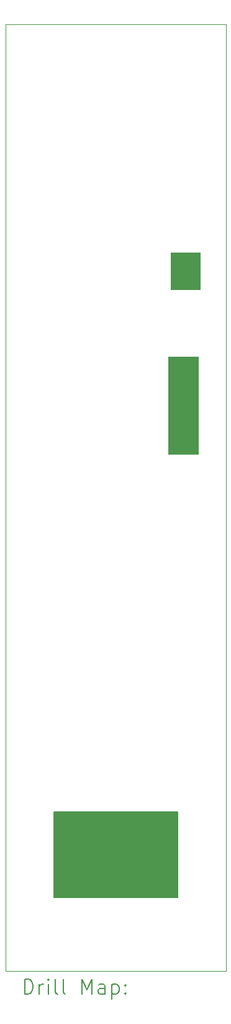
<source format=gbr>
%TF.GenerationSoftware,KiCad,Pcbnew,7.0.5*%
%TF.CreationDate,2023-07-15T15:58:00-07:00*%
%TF.ProjectId,Panel,50616e65-6c2e-46b6-9963-61645f706362,rev?*%
%TF.SameCoordinates,Original*%
%TF.FileFunction,Drillmap*%
%TF.FilePolarity,Positive*%
%FSLAX45Y45*%
G04 Gerber Fmt 4.5, Leading zero omitted, Abs format (unit mm)*
G04 Created by KiCad (PCBNEW 7.0.5) date 2023-07-15 15:58:00*
%MOMM*%
%LPD*%
G01*
G04 APERTURE LIST*
%ADD10C,0.150000*%
%ADD11C,0.050000*%
%ADD12C,0.200000*%
G04 APERTURE END LIST*
D10*
X8311135Y-14363600D02*
X10001135Y-14363600D01*
X10001135Y-15523600D01*
X8311135Y-15523600D01*
X8311135Y-14363600D01*
G36*
X8311135Y-14363600D02*
G01*
X10001135Y-14363600D01*
X10001135Y-15523600D01*
X8311135Y-15523600D01*
X8311135Y-14363600D01*
G37*
D11*
X7656135Y-3668600D02*
X10656135Y-3668600D01*
X10656135Y-16518600D01*
X7656135Y-16518600D01*
X7656135Y-3668600D01*
X9906135Y-6768600D02*
X10306135Y-6768600D01*
X10306135Y-7268600D01*
X9906135Y-7268600D01*
X9906135Y-6768600D01*
G36*
X9906135Y-6768600D02*
G01*
X10306135Y-6768600D01*
X10306135Y-7268600D01*
X9906135Y-7268600D01*
X9906135Y-6768600D01*
G37*
X9876135Y-8178600D02*
X10276135Y-8178600D01*
X10276135Y-9498600D01*
X9876135Y-9498600D01*
X9876135Y-8178600D01*
G36*
X9876135Y-8178600D02*
G01*
X10276135Y-8178600D01*
X10276135Y-9498600D01*
X9876135Y-9498600D01*
X9876135Y-8178600D01*
G37*
D12*
X7914412Y-16832584D02*
X7914412Y-16632583D01*
X7914412Y-16632583D02*
X7962031Y-16632583D01*
X7962031Y-16632583D02*
X7990603Y-16642107D01*
X7990603Y-16642107D02*
X8009650Y-16661155D01*
X8009650Y-16661155D02*
X8019174Y-16680202D01*
X8019174Y-16680202D02*
X8028698Y-16718298D01*
X8028698Y-16718298D02*
X8028698Y-16746869D01*
X8028698Y-16746869D02*
X8019174Y-16784964D01*
X8019174Y-16784964D02*
X8009650Y-16804012D01*
X8009650Y-16804012D02*
X7990603Y-16823060D01*
X7990603Y-16823060D02*
X7962031Y-16832584D01*
X7962031Y-16832584D02*
X7914412Y-16832584D01*
X8114412Y-16832584D02*
X8114412Y-16699250D01*
X8114412Y-16737345D02*
X8123936Y-16718298D01*
X8123936Y-16718298D02*
X8133460Y-16708774D01*
X8133460Y-16708774D02*
X8152507Y-16699250D01*
X8152507Y-16699250D02*
X8171555Y-16699250D01*
X8238222Y-16832584D02*
X8238222Y-16699250D01*
X8238222Y-16632583D02*
X8228698Y-16642107D01*
X8228698Y-16642107D02*
X8238222Y-16651631D01*
X8238222Y-16651631D02*
X8247745Y-16642107D01*
X8247745Y-16642107D02*
X8238222Y-16632583D01*
X8238222Y-16632583D02*
X8238222Y-16651631D01*
X8362031Y-16832584D02*
X8342984Y-16823060D01*
X8342984Y-16823060D02*
X8333460Y-16804012D01*
X8333460Y-16804012D02*
X8333460Y-16632583D01*
X8466793Y-16832584D02*
X8447746Y-16823060D01*
X8447746Y-16823060D02*
X8438222Y-16804012D01*
X8438222Y-16804012D02*
X8438222Y-16632583D01*
X8695365Y-16832584D02*
X8695365Y-16632583D01*
X8695365Y-16632583D02*
X8762031Y-16775441D01*
X8762031Y-16775441D02*
X8828698Y-16632583D01*
X8828698Y-16632583D02*
X8828698Y-16832584D01*
X9009650Y-16832584D02*
X9009650Y-16727822D01*
X9009650Y-16727822D02*
X9000127Y-16708774D01*
X9000127Y-16708774D02*
X8981079Y-16699250D01*
X8981079Y-16699250D02*
X8942984Y-16699250D01*
X8942984Y-16699250D02*
X8923936Y-16708774D01*
X9009650Y-16823060D02*
X8990603Y-16832584D01*
X8990603Y-16832584D02*
X8942984Y-16832584D01*
X8942984Y-16832584D02*
X8923936Y-16823060D01*
X8923936Y-16823060D02*
X8914412Y-16804012D01*
X8914412Y-16804012D02*
X8914412Y-16784964D01*
X8914412Y-16784964D02*
X8923936Y-16765917D01*
X8923936Y-16765917D02*
X8942984Y-16756393D01*
X8942984Y-16756393D02*
X8990603Y-16756393D01*
X8990603Y-16756393D02*
X9009650Y-16746869D01*
X9104888Y-16699250D02*
X9104888Y-16899250D01*
X9104888Y-16708774D02*
X9123936Y-16699250D01*
X9123936Y-16699250D02*
X9162031Y-16699250D01*
X9162031Y-16699250D02*
X9181079Y-16708774D01*
X9181079Y-16708774D02*
X9190603Y-16718298D01*
X9190603Y-16718298D02*
X9200127Y-16737345D01*
X9200127Y-16737345D02*
X9200127Y-16794488D01*
X9200127Y-16794488D02*
X9190603Y-16813536D01*
X9190603Y-16813536D02*
X9181079Y-16823060D01*
X9181079Y-16823060D02*
X9162031Y-16832584D01*
X9162031Y-16832584D02*
X9123936Y-16832584D01*
X9123936Y-16832584D02*
X9104888Y-16823060D01*
X9285841Y-16813536D02*
X9295365Y-16823060D01*
X9295365Y-16823060D02*
X9285841Y-16832584D01*
X9285841Y-16832584D02*
X9276317Y-16823060D01*
X9276317Y-16823060D02*
X9285841Y-16813536D01*
X9285841Y-16813536D02*
X9285841Y-16832584D01*
X9285841Y-16708774D02*
X9295365Y-16718298D01*
X9295365Y-16718298D02*
X9285841Y-16727822D01*
X9285841Y-16727822D02*
X9276317Y-16718298D01*
X9276317Y-16718298D02*
X9285841Y-16708774D01*
X9285841Y-16708774D02*
X9285841Y-16727822D01*
M02*

</source>
